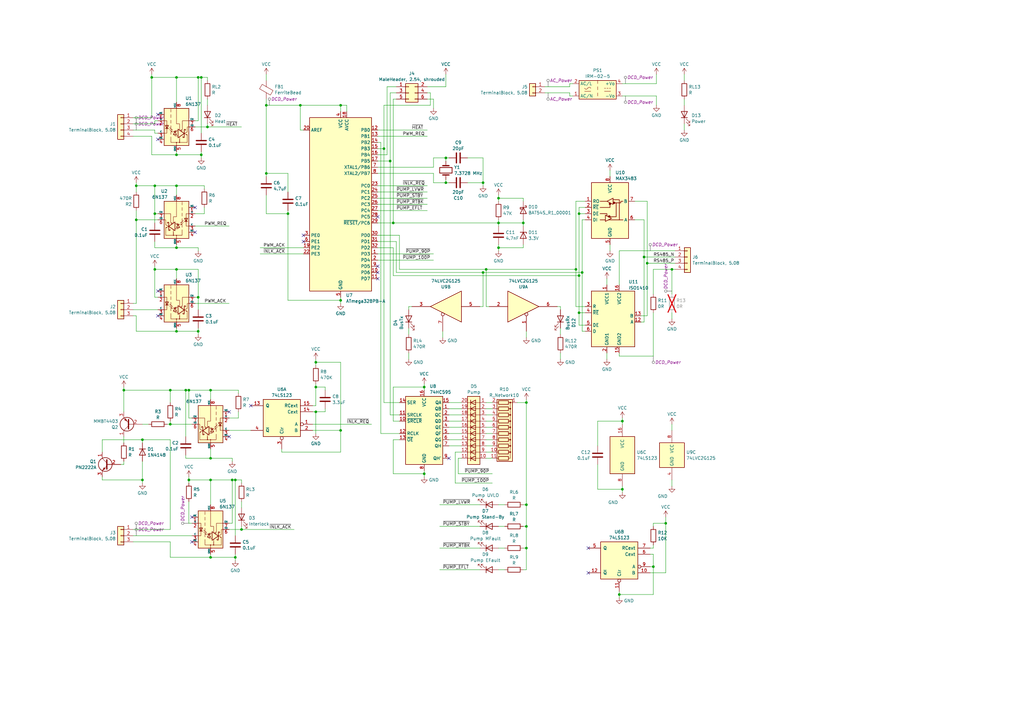
<source format=kicad_sch>
(kicad_sch (version 20230121) (generator eeschema)
  (paper "A3")
  (title_block (title "UFH Process Computer - CPU") (date "2024-01-11") (rev "1"))
  (junction (at 82.55 63.5))
  (junction (at 215.9 165.1))
  (junction (at 198.12 111.76))
  (junction (at 199.39 110.49))
  (junction (at 69.85 160.02))
  (junction (at 86.36 160.02))
  (junction (at 214.63 91.44))
  (junction (at 77.47 196.85))
  (junction (at 96.52 196.85))
  (junction (at 63.5 87.63))
  (junction (at 82.55 31.75))
  (junction (at 265.43 107.95))
  (junction (at 139.7 176.53))
  (junction (at 72.39 135.89))
  (junction (at 129.54 148.59))
  (junction (at 157.48 60.96))
  (junction (at 129.54 158.75))
  (junction (at 204.47 91.44))
  (junction (at 50.8 160.02))
  (junction (at 204.47 81.28))
  (junction (at 95.25 196.85))
  (junction (at 72.39 63.5))
  (junction (at 204.47 101.6))
  (junction (at 173.99 158.75))
  (junction (at 58.42 180.34))
  (junction (at 58.42 196.85))
  (junction (at 123.19 43.18))
  (junction (at 275.59 110.49))
  (junction (at 255.27 200.66))
  (junction (at 55.88 90.17))
  (junction (at 76.2 160.02))
  (junction (at 62.23 31.75))
  (junction (at 198.12 74.93))
  (junction (at 109.22 71.12))
  (junction (at 139.7 123.19))
  (junction (at 86.36 228.6))
  (junction (at 69.85 173.99))
  (junction (at 237.49 128.27))
  (junction (at 215.9 224.79))
  (junction (at 254 243.84))
  (junction (at 72.39 31.75))
  (junction (at 86.36 187.96))
  (junction (at 85.09 52.07))
  (junction (at 81.28 135.89))
  (junction (at 109.22 43.18))
  (junction (at 77.47 160.02))
  (junction (at 173.99 194.31))
  (junction (at 237.49 87.63))
  (junction (at 161.29 91.44))
  (junction (at 63.5 110.49))
  (junction (at 81.28 121.92))
  (junction (at 72.39 101.6))
  (junction (at 273.05 214.63))
  (junction (at 182.88 64.77))
  (junction (at 55.88 76.2))
  (junction (at 139.7 43.18))
  (junction (at 63.5 76.2))
  (junction (at 238.76 111.76))
  (junction (at 86.36 196.85))
  (junction (at 160.02 66.04))
  (junction (at 255.27 172.72))
  (junction (at 264.16 105.41))
  (junction (at 99.06 217.17))
  (junction (at 215.9 215.9))
  (junction (at 72.39 110.49))
  (junction (at 96.52 228.6))
  (junction (at 267.97 232.41))
  (junction (at 236.22 110.49))
  (junction (at 72.39 76.2))
  (junction (at 237.49 113.03))
  (junction (at 129.54 168.91))
  (junction (at 118.11 87.63))
  (junction (at 182.88 74.93))
  (junction (at 81.28 31.75))
  (junction (at 215.9 207.01))
  (no_connect (at 124.46 99.06))
  (no_connect (at 124.46 96.52))
  (no_connect (at 64.77 57.15))
  (no_connect (at 184.15 187.96))
  (no_connect (at 241.3 224.79))
  (no_connect (at 80.01 85.09))
  (no_connect (at 64.77 129.54))
  (no_connect (at 78.74 222.25))
  (no_connect (at 154.94 88.9))
  (no_connect (at 154.94 114.3))
  (no_connect (at 154.94 109.22))
  (no_connect (at 241.3 234.95))
  (no_connect (at 93.98 179.07))
  (no_connect (at 64.77 119.38))
  (no_connect (at 64.77 46.99))
  (no_connect (at 154.94 111.76))
  (no_connect (at 78.74 212.09))
  (no_connect (at 102.87 166.37))
  (no_connect (at 93.98 168.91))
  (no_connect (at 80.01 95.25))
  (wire (pts (xy 129.54 149.86) (xy 129.54 148.59)))
  (wire (pts (xy 177.8 71.12) (xy 177.8 74.93)))
  (wire (pts (xy 199.39 170.18) (xy 201.93 170.18)))
  (wire (pts (xy 133.35 167.64) (xy 133.35 168.91)))
  (wire (pts (xy 199.39 110.49) (xy 236.22 110.49)))
  (wire (pts (xy 86.36 184.15) (xy 86.36 187.96)))
  (wire (pts (xy 267.97 110.49) (xy 267.97 120.65)))
  (wire (pts (xy 55.88 78.74) (xy 55.88 76.2)))
  (wire (pts (xy 184.15 182.88) (xy 189.23 182.88)))
  (wire (pts (xy 97.79 171.45) (xy 93.98 171.45)))
  (wire (pts (xy 154.94 96.52) (xy 163.83 96.52)))
  (wire (pts (xy 63.5 50.8) (xy 54.61 50.8)))
  (wire (pts (xy 199.39 177.8) (xy 201.93 177.8)))
  (wire (pts (xy 81.28 31.75) (xy 72.39 31.75)))
  (wire (pts (xy 204.47 91.44) (xy 204.47 92.71)))
  (wire (pts (xy 215.9 163.83) (xy 215.9 165.1)))
  (wire (pts (xy 254 102.87) (xy 254 116.84)))
  (wire (pts (xy 184.15 180.34) (xy 189.23 180.34)))
  (wire (pts (xy 250.19 69.85) (xy 250.19 72.39)))
  (wire (pts (xy 83.82 76.2) (xy 83.82 77.47)))
  (wire (pts (xy 182.88 35.56) (xy 182.88 30.48)))
  (wire (pts (xy 233.68 39.37) (xy 233.68 38.1)))
  (wire (pts (xy 276.86 102.87) (xy 254 102.87)))
  (wire (pts (xy 118.11 123.19) (xy 139.7 123.19)))
  (wire (pts (xy 154.94 106.68) (xy 177.8 106.68)))
  (wire (pts (xy 93.98 176.53) (xy 102.87 176.53)))
  (wire (pts (xy 267.97 243.84) (xy 254 243.84)))
  (wire (pts (xy 236.22 82.55) (xy 236.22 110.49)))
  (wire (pts (xy 118.11 86.36) (xy 118.11 87.63)))
  (wire (pts (xy 50.8 158.75) (xy 50.8 160.02)))
  (wire (pts (xy 245.11 182.88) (xy 245.11 172.72)))
  (wire (pts (xy 184.15 175.26) (xy 189.23 175.26)))
  (wire (pts (xy 267.97 146.05) (xy 254 146.05)))
  (wire (pts (xy 182.88 64.77) (xy 182.88 66.04)))
  (wire (pts (xy 273.05 234.95) (xy 273.05 214.63)))
  (wire (pts (xy 189.23 185.42) (xy 186.69 185.42)))
  (wire (pts (xy 161.29 91.44) (xy 204.47 91.44)))
  (wire (pts (xy 109.22 80.01) (xy 109.22 87.63)))
  (wire (pts (xy 154.94 60.96) (xy 157.48 60.96)))
  (wire (pts (xy 255.27 200.66) (xy 255.27 201.93)))
  (wire (pts (xy 245.11 172.72) (xy 255.27 172.72)))
  (wire (pts (xy 81.28 101.6) (xy 81.28 102.87)))
  (wire (pts (xy 55.88 74.93) (xy 55.88 76.2)))
  (wire (pts (xy 62.23 31.75) (xy 62.23 48.26)))
  (wire (pts (xy 82.55 31.75) (xy 81.28 31.75)))
  (wire (pts (xy 187.96 194.31) (xy 201.93 194.31)))
  (wire (pts (xy 128.27 176.53) (xy 139.7 176.53)))
  (wire (pts (xy 154.94 101.6) (xy 161.29 101.6)))
  (wire (pts (xy 275.59 196.85) (xy 275.59 199.39)))
  (wire (pts (xy 55.88 76.2) (xy 63.5 76.2)))
  (wire (pts (xy 267.97 223.52) (xy 267.97 224.79)))
  (wire (pts (xy 204.47 81.28) (xy 204.47 82.55)))
  (wire (pts (xy 176.53 43.18) (xy 176.53 38.1)))
  (wire (pts (xy 133.35 160.02) (xy 133.35 158.75)))
  (wire (pts (xy 215.9 135.89) (xy 215.9 138.43)))
  (wire (pts (xy 238.76 135.89) (xy 240.03 135.89)))
  (wire (pts (xy 177.8 40.64) (xy 175.26 40.64)))
  (wire (pts (xy 264.16 105.41) (xy 264.16 132.08)))
  (wire (pts (xy 180.34 224.79) (xy 196.85 224.79)))
  (wire (pts (xy 204.47 215.9) (xy 207.01 215.9)))
  (wire (pts (xy 237.49 85.09) (xy 240.03 85.09)))
  (wire (pts (xy 198.12 74.93) (xy 198.12 76.2)))
  (wire (pts (xy 160.02 66.04) (xy 154.94 66.04)))
  (wire (pts (xy 80.01 49.53) (xy 81.28 49.53)))
  (wire (pts (xy 248.92 114.3) (xy 248.92 116.84)))
  (wire (pts (xy 55.88 135.89) (xy 72.39 135.89)))
  (wire (pts (xy 109.22 71.12) (xy 118.11 71.12)))
  (wire (pts (xy 96.52 229.87) (xy 96.52 228.6)))
  (wire (pts (xy 214.63 100.33) (xy 214.63 101.6)))
  (wire (pts (xy 238.76 111.76) (xy 238.76 135.89)))
  (wire (pts (xy 255.27 172.72) (xy 255.27 173.99)))
  (wire (pts (xy 161.29 91.44) (xy 154.94 91.44)))
  (wire (pts (xy 184.15 74.93) (xy 182.88 74.93)))
  (wire (pts (xy 82.55 63.5) (xy 72.39 63.5)))
  (wire (pts (xy 118.11 87.63) (xy 118.11 123.19)))
  (wire (pts (xy 198.12 111.76) (xy 238.76 111.76)))
  (wire (pts (xy 69.85 172.72) (xy 69.85 173.99)))
  (wire (pts (xy 160.02 170.18) (xy 163.83 170.18)))
  (wire (pts (xy 81.28 110.49) (xy 72.39 110.49)))
  (wire (pts (xy 180.34 215.9) (xy 196.85 215.9)))
  (wire (pts (xy 95.25 196.85) (xy 86.36 196.85)))
  (wire (pts (xy 157.48 60.96) (xy 157.48 43.18)))
  (wire (pts (xy 275.59 110.49) (xy 275.59 120.65)))
  (wire (pts (xy 81.28 135.89) (xy 72.39 135.89)))
  (wire (pts (xy 254 242.57) (xy 254 243.84)))
  (wire (pts (xy 62.23 48.26) (xy 54.61 48.26)))
  (wire (pts (xy 77.47 196.85) (xy 86.36 196.85)))
  (wire (pts (xy 160.02 38.1) (xy 160.02 66.04)))
  (wire (pts (xy 62.23 63.5) (xy 62.23 55.88)))
  (wire (pts (xy 267.97 227.33) (xy 267.97 232.41)))
  (wire (pts (xy 109.22 87.63) (xy 118.11 87.63)))
  (wire (pts (xy 154.94 58.42) (xy 156.21 58.42)))
  (wire (pts (xy 199.39 185.42) (xy 201.93 185.42)))
  (wire (pts (xy 182.88 74.93) (xy 182.88 73.66)))
  (wire (pts (xy 177.8 74.93) (xy 182.88 74.93)))
  (wire (pts (xy 80.01 124.46) (xy 93.98 124.46)))
  (wire (pts (xy 157.48 60.96) (xy 157.48 165.1)))
  (wire (pts (xy 199.39 165.1) (xy 201.93 165.1)))
  (wire (pts (xy 62.23 63.5) (xy 72.39 63.5)))
  (wire (pts (xy 55.88 90.17) (xy 64.77 90.17)))
  (wire (pts (xy 78.74 173.99) (xy 69.85 173.99)))
  (wire (pts (xy 129.54 166.37) (xy 129.54 158.75)))
  (wire (pts (xy 63.5 87.63) (xy 64.77 87.63)))
  (wire (pts (xy 264.16 90.17) (xy 264.16 105.41)))
  (wire (pts (xy 237.49 87.63) (xy 237.49 113.03)))
  (wire (pts (xy 177.8 68.58) (xy 177.8 64.77)))
  (wire (pts (xy 63.5 49.53) (xy 63.5 50.8)))
  (wire (pts (xy 266.7 227.33) (xy 267.97 227.33)))
  (wire (pts (xy 72.39 134.62) (xy 72.39 135.89)))
  (wire (pts (xy 199.39 175.26) (xy 201.93 175.26)))
  (wire (pts (xy 109.22 30.48) (xy 109.22 33.02)))
  (wire (pts (xy 123.19 43.18) (xy 123.19 53.34)))
  (wire (pts (xy 160.02 66.04) (xy 160.02 170.18)))
  (wire (pts (xy 187.96 187.96) (xy 189.23 187.96)))
  (wire (pts (xy 180.34 207.01) (xy 196.85 207.01)))
  (wire (pts (xy 265.43 107.95) (xy 265.43 129.54)))
  (wire (pts (xy 204.47 90.17) (xy 204.47 91.44)))
  (wire (pts (xy 161.29 101.6) (xy 161.29 113.03)))
  (wire (pts (xy 269.24 30.48) (xy 269.24 34.29)))
  (wire (pts (xy 204.47 100.33) (xy 204.47 101.6)))
  (wire (pts (xy 186.69 198.12) (xy 201.93 198.12)))
  (wire (pts (xy 204.47 101.6) (xy 204.47 102.87)))
  (wire (pts (xy 41.91 180.34) (xy 41.91 185.42)))
  (wire (pts (xy 58.42 180.34) (xy 58.42 181.61)))
  (wire (pts (xy 68.58 173.99) (xy 69.85 173.99)))
  (wire (pts (xy 267.97 214.63) (xy 273.05 214.63)))
  (wire (pts (xy 139.7 123.19) (xy 139.7 124.46)))
  (wire (pts (xy 180.34 233.68) (xy 196.85 233.68)))
  (wire (pts (xy 81.28 134.62) (xy 81.28 135.89)))
  (wire (pts (xy 129.54 168.91) (xy 129.54 177.8)))
  (wire (pts (xy 154.94 99.06) (xy 162.56 99.06)))
  (wire (pts (xy 99.06 205.74) (xy 99.06 208.28)))
  (wire (pts (xy 264.16 105.41) (xy 276.86 105.41)))
  (wire (pts (xy 196.85 125.73) (xy 198.12 125.73)))
  (wire (pts (xy 63.5 54.61) (xy 63.5 53.34)))
  (wire (pts (xy 54.61 217.17) (xy 69.85 217.17)))
  (wire (pts (xy 212.09 165.1) (xy 215.9 165.1)))
  (wire (pts (xy 275.59 110.49) (xy 276.86 110.49)))
  (wire (pts (xy 96.52 227.33) (xy 96.52 228.6)))
  (wire (pts (xy 86.36 160.02) (xy 97.79 160.02)))
  (wire (pts (xy 173.99 194.31) (xy 173.99 195.58)))
  (wire (pts (xy 215.9 215.9) (xy 214.63 215.9)))
  (wire (pts (xy 72.39 101.6) (xy 81.28 101.6)))
  (wire (pts (xy 99.06 196.85) (xy 96.52 196.85)))
  (wire (pts (xy 54.61 129.54) (xy 55.88 129.54)))
  (wire (pts (xy 214.63 82.55) (xy 214.63 81.28)))
  (wire (pts (xy 80.01 52.07) (xy 85.09 52.07)))
  (wire (pts (xy 63.5 109.22) (xy 63.5 110.49)))
  (wire (pts (xy 204.47 233.68) (xy 207.01 233.68)))
  (wire (pts (xy 265.43 107.95) (xy 276.86 107.95)))
  (wire (pts (xy 267.97 215.9) (xy 267.97 214.63)))
  (wire (pts (xy 115.57 185.42) (xy 139.7 185.42)))
  (wire (pts (xy 58.42 180.34) (xy 69.85 180.34)))
  (wire (pts (xy 58.42 189.23) (xy 58.42 196.85)))
  (wire (pts (xy 200.66 125.73) (xy 199.39 125.73)))
  (wire (pts (xy 158.75 63.5) (xy 158.75 35.56)))
  (wire (pts (xy 124.46 53.34) (xy 123.19 53.34)))
  (wire (pts (xy 154.94 76.2) (xy 175.26 76.2)))
  (wire (pts (xy 81.28 49.53) (xy 81.28 31.75)))
  (wire (pts (xy 50.8 189.23) (xy 50.8 190.5)))
  (wire (pts (xy 54.61 219.71) (xy 78.74 219.71)))
  (wire (pts (xy 85.09 40.64) (xy 85.09 43.18)))
  (wire (pts (xy 83.82 85.09) (xy 83.82 87.63)))
  (wire (pts (xy 129.54 158.75) (xy 129.54 157.48)))
  (wire (pts (xy 99.06 217.17) (xy 99.06 215.9)))
  (wire (pts (xy 154.94 104.14) (xy 177.8 104.14)))
  (wire (pts (xy 267.97 224.79) (xy 266.7 224.79)))
  (wire (pts (xy 54.61 222.25) (xy 69.85 222.25)))
  (wire (pts (xy 55.88 90.17) (xy 55.88 124.46)))
  (wire (pts (xy 204.47 207.01) (xy 207.01 207.01)))
  (wire (pts (xy 215.9 233.68) (xy 214.63 233.68)))
  (wire (pts (xy 175.26 35.56) (xy 182.88 35.56)))
  (wire (pts (xy 250.19 100.33) (xy 250.19 102.87)))
  (wire (pts (xy 161.29 40.64) (xy 161.29 91.44)))
  (wire (pts (xy 199.39 180.34) (xy 201.93 180.34)))
  (wire (pts (xy 223.52 35.56) (xy 233.68 35.56)))
  (wire (pts (xy 58.42 173.99) (xy 60.96 173.99)))
  (wire (pts (xy 82.55 31.75) (xy 82.55 54.61)))
  (wire (pts (xy 156.21 177.8) (xy 163.83 177.8)))
  (wire (pts (xy 163.83 96.52) (xy 163.83 110.49)))
  (wire (pts (xy 280.67 40.64) (xy 280.67 43.18)))
  (wire (pts (xy 184.15 177.8) (xy 189.23 177.8)))
  (wire (pts (xy 63.5 76.2) (xy 72.39 76.2)))
  (wire (pts (xy 173.99 158.75) (xy 173.99 160.02)))
  (wire (pts (xy 204.47 91.44) (xy 214.63 91.44)))
  (wire (pts (xy 97.79 168.91) (xy 97.79 171.45)))
  (wire (pts (xy 154.94 55.88) (xy 175.26 55.88)))
  (wire (pts (xy 139.7 43.18) (xy 142.24 43.18)))
  (wire (pts (xy 58.42 196.85) (xy 41.91 196.85)))
  (wire (pts (xy 106.68 101.6) (xy 124.46 101.6)))
  (wire (pts (xy 199.39 167.64) (xy 201.93 167.64)))
  (wire (pts (xy 236.22 110.49) (xy 236.22 125.73)))
  (wire (pts (xy 162.56 99.06) (xy 162.56 111.76)))
  (wire (pts (xy 154.94 71.12) (xy 177.8 71.12)))
  (wire (pts (xy 240.03 90.17) (xy 238.76 90.17)))
  (wire (pts (xy 229.87 134.62) (xy 229.87 137.16)))
  (wire (pts (xy 85.09 31.75) (xy 82.55 31.75)))
  (wire (pts (xy 99.06 198.12) (xy 99.06 196.85)))
  (wire (pts (xy 139.7 123.19) (xy 139.7 121.92)))
  (wire (pts (xy 266.7 234.95) (xy 273.05 234.95)))
  (wire (pts (xy 191.77 64.77) (xy 198.12 64.77)))
  (wire (pts (xy 109.22 72.39) (xy 109.22 71.12)))
  (wire (pts (xy 106.68 104.14) (xy 124.46 104.14)))
  (wire (pts (xy 215.9 165.1) (xy 215.9 207.01)))
  (wire (pts (xy 64.77 121.92) (xy 63.5 121.92)))
  (wire (pts (xy 50.8 179.07) (xy 50.8 181.61)))
  (wire (pts (xy 63.5 110.49) (xy 63.5 121.92)))
  (wire (pts (xy 76.2 186.69) (xy 76.2 187.96)))
  (wire (pts (xy 215.9 224.79) (xy 215.9 233.68)))
  (wire (pts (xy 245.11 190.5) (xy 245.11 200.66)))
  (wire (pts (xy 214.63 90.17) (xy 214.63 91.44)))
  (wire (pts (xy 129.54 147.32) (xy 129.54 148.59)))
  (wire (pts (xy 280.67 50.8) (xy 280.67 53.34)))
  (wire (pts (xy 109.22 43.18) (xy 123.19 43.18)))
  (wire (pts (xy 264.16 132.08) (xy 262.89 132.08)))
  (wire (pts (xy 86.36 187.96) (xy 95.25 187.96)))
  (wire (pts (xy 97.79 160.02) (xy 97.79 161.29)))
  (wire (pts (xy 162.56 40.64) (xy 161.29 40.64)))
  (wire (pts (xy 229.87 125.73) (xy 229.87 127)))
  (wire (pts (xy 76.2 187.96) (xy 86.36 187.96)))
  (wire (pts (xy 50.8 168.91) (xy 50.8 160.02)))
  (wire (pts (xy 96.52 228.6) (xy 86.36 228.6)))
  (wire (pts (xy 199.39 182.88) (xy 201.93 182.88)))
  (wire (pts (xy 265.43 82.55) (xy 265.43 107.95)))
  (wire (pts (xy 275.59 128.27) (xy 275.59 130.81)))
  (wire (pts (xy 158.75 35.56) (xy 162.56 35.56)))
  (wire (pts (xy 204.47 81.28) (xy 214.63 81.28)))
  (wire (pts (xy 162.56 111.76) (xy 198.12 111.76)))
  (wire (pts (xy 161.29 113.03) (xy 237.49 113.03)))
  (wire (pts (xy 184.15 172.72) (xy 189.23 172.72)))
  (wire (pts (xy 260.35 90.17) (xy 264.16 90.17)))
  (wire (pts (xy 72.39 62.23) (xy 72.39 63.5)))
  (wire (pts (xy 154.94 86.36) (xy 175.26 86.36)))
  (wire (pts (xy 191.77 74.93) (xy 198.12 74.93)))
  (wire (pts (xy 81.28 137.16) (xy 81.28 135.89)))
  (wire (pts (xy 109.22 43.18) (xy 109.22 71.12)))
  (wire (pts (xy 78.74 214.63) (xy 77.47 214.63)))
  (wire (pts (xy 77.47 205.74) (xy 77.47 214.63)))
  (wire (pts (xy 184.15 64.77) (xy 182.88 64.77)))
  (wire (pts (xy 156.21 58.42) (xy 156.21 177.8)))
  (wire (pts (xy 63.5 110.49) (xy 72.39 110.49)))
  (wire (pts (xy 214.63 91.44) (xy 214.63 92.71)))
  (wire (pts (xy 81.28 127) (xy 81.28 121.92)))
  (wire (pts (xy 167.64 125.73) (xy 168.91 125.73)))
  (wire (pts (xy 86.36 163.83) (xy 86.36 160.02)))
  (wire (pts (xy 63.5 101.6) (xy 72.39 101.6)))
  (wire (pts (xy 128.27 168.91) (xy 129.54 168.91)))
  (wire (pts (xy 55.88 124.46) (xy 54.61 124.46)))
  (wire (pts (xy 99.06 217.17) (xy 120.65 217.17)))
  (wire (pts (xy 161.29 180.34) (xy 161.29 194.31)))
  (wire (pts (xy 265.43 129.54) (xy 262.89 129.54)))
  (wire (pts (xy 254 243.84) (xy 254 245.11)))
  (wire (pts (xy 85.09 50.8) (xy 85.09 52.07)))
  (wire (pts (xy 142.24 43.18) (xy 142.24 45.72)))
  (wire (pts (xy 234.95 39.37) (xy 233.68 39.37)))
  (wire (pts (xy 173.99 193.04) (xy 173.99 194.31)))
  (wire (pts (xy 77.47 171.45) (xy 77.47 160.02)))
  (wire (pts (xy 76.2 160.02) (xy 77.47 160.02)))
  (wire (pts (xy 72.39 80.01) (xy 72.39 76.2)))
  (wire (pts (xy 64.77 54.61) (xy 63.5 54.61)))
  (wire (pts (xy 69.85 165.1) (xy 69.85 160.02)))
  (wire (pts (xy 254 146.05) (xy 254 144.78)))
  (wire (pts (xy 69.85 228.6) (xy 86.36 228.6)))
  (wire (pts (xy 255.27 199.39) (xy 255.27 200.66)))
  (wire (pts (xy 176.53 38.1) (xy 175.26 38.1)))
  (wire (pts (xy 93.98 214.63) (xy 95.25 214.63)))
  (wire (pts (xy 55.88 135.89) (xy 55.88 129.54)))
  (wire (pts (xy 93.98 217.17) (xy 99.06 217.17)))
  (wire (pts (xy 63.5 99.06) (xy 63.5 101.6)))
  (wire (pts (xy 237.49 128.27) (xy 240.03 128.27)))
  (wire (pts (xy 181.61 135.89) (xy 181.61 138.43)))
  (wire (pts (xy 236.22 125.73) (xy 240.03 125.73)))
  (wire (pts (xy 133.35 158.75) (xy 129.54 158.75)))
  (wire (pts (xy 63.5 76.2) (xy 63.5 87.63)))
  (wire (pts (xy 115.57 184.15) (xy 115.57 185.42)))
  (wire (pts (xy 157.48 165.1) (xy 163.83 165.1)))
  (wire (pts (xy 157.48 43.18) (xy 176.53 43.18)))
  (wire (pts (xy 128.27 166.37) (xy 129.54 166.37)))
  (wire (pts (xy 161.29 158.75) (xy 173.99 158.75)))
  (wire (pts (xy 255.27 39.37) (xy 269.24 39.37)))
  (wire (pts (xy 267.97 110.49) (xy 275.59 110.49)))
  (wire (pts (xy 228.6 125.73) (xy 229.87 125.73)))
  (wire (pts (xy 204.47 101.6) (xy 214.63 101.6)))
  (wire (pts (xy 255.27 171.45) (xy 255.27 172.72)))
  (wire (pts (xy 80.01 121.92) (xy 81.28 121.92)))
  (wire (pts (xy 237.49 133.35) (xy 237.49 128.27)))
  (wire (pts (xy 109.22 40.64) (xy 109.22 43.18)))
  (wire (pts (xy 50.8 190.5) (xy 49.53 190.5)))
  (wire (pts (xy 204.47 80.01) (xy 204.47 81.28)))
  (wire (pts (xy 83.82 87.63) (xy 80.01 87.63)))
  (wire (pts (xy 69.85 228.6) (xy 69.85 222.25)))
  (wire (pts (xy 154.94 78.74) (xy 175.26 78.74)))
  (wire (pts (xy 58.42 196.85) (xy 58.42 198.12)))
  (wire (pts (xy 129.54 148.59) (xy 139.7 148.59)))
  (wire (pts (xy 139.7 185.42) (xy 139.7 176.53)))
  (wire (pts (xy 238.76 90.17) (xy 238.76 111.76)))
  (wire (pts (xy 118.11 71.12) (xy 118.11 78.74)))
  (wire (pts (xy 177.8 40.64) (xy 177.8 44.45)))
  (wire (pts (xy 184.15 167.64) (xy 189.23 167.64)))
  (wire (pts (xy 237.49 87.63) (xy 240.03 87.63)))
  (wire (pts (xy 161.29 172.72) (xy 161.29 158.75)))
  (wire (pts (xy 240.03 133.35) (xy 237.49 133.35)))
  (wire (pts (xy 54.61 127) (xy 64.77 127)))
  (wire (pts (xy 248.92 144.78) (xy 248.92 147.32)))
  (wire (pts (xy 82.55 64.77) (xy 82.55 63.5)))
  (wire (pts (xy 154.94 81.28) (xy 175.26 81.28)))
  (wire (pts (xy 85.09 33.02) (xy 85.09 31.75)))
  (wire (pts (xy 199.39 187.96) (xy 201.93 187.96)))
  (wire (pts (xy 167.64 127) (xy 167.64 125.73)))
  (wire (pts (xy 245.11 200.66) (xy 255.27 200.66)))
  (wire (pts (xy 154.94 63.5) (xy 158.75 63.5)))
  (wire (pts (xy 215.9 224.79) (xy 214.63 224.79)))
  (wire (pts (xy 154.94 83.82) (xy 175.26 83.82)))
  (wire (pts (xy 184.15 170.18) (xy 189.23 170.18)))
  (wire (pts (xy 161.29 194.31) (xy 173.99 194.31)))
  (wire (pts (xy 163.83 110.49) (xy 199.39 110.49)))
  (wire (pts (xy 139.7 176.53) (xy 139.7 148.59)))
  (wire (pts (xy 96.52 196.85) (xy 96.52 219.71)))
  (wire (pts (xy 173.99 157.48) (xy 173.99 158.75)))
  (wire (pts (xy 215.9 207.01) (xy 214.63 207.01)))
  (wire (pts (xy 95.25 214.63) (xy 95.25 196.85)))
  (wire (pts (xy 96.52 196.85) (xy 95.25 196.85)))
  (wire (pts (xy 177.8 64.77) (xy 182.88 64.77)))
  (wire (pts (xy 69.85 160.02) (xy 76.2 160.02)))
  (wire (pts (xy 123.19 43.18) (xy 139.7 43.18)))
  (wire (pts (xy 41.91 195.58) (xy 41.91 196.85)))
  (wire (pts (xy 280.67 30.48) (xy 280.67 33.02)))
  (wire (pts (xy 128.27 173.99) (xy 152.4 173.99)))
  (wire (pts (xy 273.05 214.63) (xy 273.05 212.09)))
  (wire (pts (xy 198.12 125.73) (xy 198.12 111.76)))
  (wire (pts (xy 64.77 49.53) (xy 63.5 49.53)))
  (wire (pts (xy 229.87 144.78) (xy 229.87 147.32)))
  (wire (pts (xy 215.9 215.9) (xy 215.9 224.79)))
  (wire (pts (xy 62.23 31.75) (xy 72.39 31.75)))
  (wire (pts (xy 95.25 187.96) (xy 95.25 189.23)))
  (wire (pts (xy 154.94 68.58) (xy 177.8 68.58)))
  (wire (pts (xy 76.2 160.02) (xy 76.2 179.07)))
  (wire (pts (xy 78.74 171.45) (xy 77.47 171.45)))
  (wire (pts (xy 86.36 207.01) (xy 86.36 196.85)))
  (wire (pts (xy 199.39 172.72) (xy 201.93 172.72)))
  (wire (pts (xy 240.03 82.55) (xy 236.22 82.55)))
  (wire (pts (xy 198.12 64.77) (xy 198.12 74.93)))
  (wire (pts (xy 163.83 180.34) (xy 161.29 180.34)))
  (wire (pts (xy 85.09 52.07) (xy 99.06 52.07)))
  (wire (pts (xy 82.55 62.23) (xy 82.55 63.5)))
  (wire (pts (xy 162.56 38.1) (xy 160.02 38.1)))
  (wire (pts (xy 72.39 114.3) (xy 72.39 110.49)))
  (wire (pts (xy 267.97 232.41) (xy 267.97 243.84)))
  (wire (pts (xy 154.94 53.34) (xy 175.26 53.34)))
  (wire (pts (xy 62.23 55.88) (xy 54.61 55.88)))
  (wire (pts (xy 55.88 86.36) (xy 55.88 90.17)))
  (wire (pts (xy 86.36 227.33) (xy 86.36 228.6)))
  (wire (pts (xy 41.91 180.34) (xy 58.42 180.34)))
  (wire (pts (xy 72.39 100.33) (xy 72.39 101.6)))
  (wire (pts (xy 187.96 187.96) (xy 187.96 194.31)))
  (wire (pts (xy 81.28 121.92) (xy 81.28 110.49)))
  (wire (pts (xy 62.23 30.48) (xy 62.23 31.75)))
  (wire (pts (xy 77.47 196.85) (xy 77.47 198.12)))
  (wire (pts (xy 80.01 92.71) (xy 93.98 92.71)))
  (wire (pts (xy 184.15 165.1) (xy 189.23 165.1)))
  (wire (pts (xy 269.24 39.37) (xy 269.24 43.18)))
  (wire (pts (xy 167.64 147.32) (xy 167.64 144.78)))
  (wire (pts (xy 133.35 168.91) (xy 129.54 168.91)))
  (wire (pts (xy 234.95 34.29) (xy 233.68 34.29)))
  (wire (pts (xy 215.9 207.01) (xy 215.9 215.9)))
  (wire (pts (xy 275.59 173.99) (xy 275.59 176.53)))
  (wire (pts (xy 266.7 232.41) (xy 267.97 232.41)))
  (wire (pts (xy 77.47 195.58) (xy 77.47 196.85)))
  (wire (pts (xy 267.97 128.27) (xy 267.97 146.05)))
  (wire (pts (xy 237.49 85.09) (xy 237.49 87.63)))
  (wire (pts (xy 72.39 41.91) (xy 72.39 31.75)))
  (wire (pts (xy 69.85 217.17) (xy 69.85 180.34)))
  (wire (pts (xy 63.5 91.44) (xy 63.5 87.63)))
  (wire (pts (xy 199.39 125.73) (xy 199.39 110.49)))
  (wire (pts (xy 260.35 82.55) (xy 265.43 82.55)))
  (wire (pts (xy 269.24 34.29) (xy 255.27 34.29)))
  (wire (pts (xy 204.47 224.79) (xy 207.01 224.79)))
  (wire (pts (xy 72.39 76.2) (xy 83.82 76.2)))
  (wire (pts (xy 223.52 38.1) (xy 233.68 38.1)))
  (wire (pts (xy 167.64 137.16) (xy 167.64 134.62)))
  (wire (pts (xy 233.68 34.29) (xy 233.68 35.56)))
  (wire (pts (xy 139.7 43.18) (xy 139.7 45.72)))
  (wire (pts (xy 237.49 113.03) (xy 237.49 128.27)))
  (wire (pts (xy 186.69 185.42) (xy 186.69 198.12)))
  (wire (pts (xy 54.61 53.34) (xy 63.5 53.34)))
  (wire (pts (xy 50.8 160.02) (xy 69.85 160.02)))
  (wire (pts (xy 163.83 172.72) (xy 161.29 172.72)))
  (wire (pts (xy 77.47 160.02) (xy 86.36 160.02)))
  (label "~{HEAT}" (at 168.91 53.34 0))
  (label "~{PUMP_100P}" (at 165.1 106.68 0))
  (label "PWM_REQ" (at 165.1 55.88 0))
  (label "PWM_ACK" (at 107.95 101.6 0))
  (label "~{PUMP_RTBK}" (at 162.56 83.82 0))
  (label "~{INLK_ACK}" (at 107.95 104.14 0))
  (label "PWM_ACK" (at 83.82 124.46 0))
  (label "~{PUMP_90P}" (at 190.5 194.31 0))
  (label "RS485_P" (at 267.97 107.95 0))
  (label "~{PUMP_90P}" (at 166.37 104.14 0))
  (label "~{HEAT}" (at 92.71 52.07 0))
  (label "~{PUMP_RTBK}" (at 181.61 224.79 0))
  (label "~{INLK_ACK}" (at 110.49 217.17 0))
  (label "~{INLK_REQ}" (at 142.24 173.99 0))
  (label "~{PUMP_100P}" (at 189.23 198.12 0))
  (label "~{PUMP_STBY}" (at 181.61 215.9 0))
  (label "PWM_REQ" (at 83.82 92.71 0))
  (label "~{PUMP_EFLT}" (at 162.56 86.36 0))
  (label "~{PUMP_LVWR}" (at 162.56 78.74 0))
  (label "~{PUMP_STBY}" (at 162.56 81.28 0))
  (label "~{PUMP_LVWR}" (at 181.61 207.01 0))
  (label "~{INLK_REQ}" (at 165.1 76.2 0))
  (label "~{PUMP_EFLT}" (at 181.61 233.68 0))
  (label "RS485_N" (at 267.97 105.41 0))
  (netclass_flag "" (length 2.54) (shape round) (at 224.79 38.1 180) (property "Netclass" "AC_Power" (at 225.4885 40.64 0) (effects (font italic) (justify left))))
  (netclass_flag "" (length 2.54) (shape round) (at 55.88 50.8 0) (property "Netclass" "DCD_Power" (at 56.5785 48.26 0) (effects (font italic) (justify left))))
  (netclass_flag "" (length 2.54) (shape round) (at 266.7 102.87 0) (property "Netclass" "DCD_Power" (at 267.3985 100.33 0) (effects (font italic) (justify left))))
  (netclass_flag "" (length 2.54) (shape round) (at 55.88 53.34 0) (property "Netclass" "DCD_Power" (at 56.5785 50.8 0) (effects (font italic) (justify left))))
  (netclass_flag "" (length 2.54) (shape round) (at 55.88 219.71 0) (property "Netclass" "DCD_Power" (at 56.5785 217.17 0) (effects (font italic) (justify left))))
  (netclass_flag "" (length 2.54) (shape round) (at 110.49 43.18 0) (property "Netclass" "DCD_Power" (at 111.1885 40.64 0) (effects (font italic) (justify left))))
  (netclass_flag "" (length 2.54) (shape round) (at 77.47 214.63 90) (property "Netclass" "DCD_Power" (at 74.93 213.9315 90) (effects (font italic) (justify left))))
  (netclass_flag "" (length 2.54) (shape round) (at 256.54 34.29 0) (property "Netclass" "DCD_Power" (at 257.2385 31.75 0) (effects (font italic) (justify left))))
  (netclass_flag "" (length 2.54) (shape round) (at 55.88 217.17 0) (property "Netclass" "DCD_Power" (at 56.5785 214.63 0) (effects (font italic) (justify left))))
  (netclass_flag "" (length 2.54) (shape round) (at 275.59 119.3799 90) (property "Netclass" "DCD_Power" (at 273.05 118.6814 90) (effects (font italic) (justify left))))
  (netclass_flag "" (length 2.54) (shape round) (at 267.97 146.05 180) (property "Netclass" "DCD_Power" (at 268.6685 148.59 0) (effects (font italic) (justify left))))
  (netclass_flag "" (length 2.54) (shape round) (at 224.79 35.56 0) (property "Netclass" "AC_Power" (at 225.4885 33.02 0) (effects (font italic) (justify left))))
  (netclass_flag "" (length 2.54) (shape round) (at 256.54 39.37 180) (property "Netclass" "DCD_Power" (at 257.2385 41.91 0) (effects (font italic) (justify left))))
  (symbol (lib_id "power:GND") (at 181.61 138.43 0) (unit 1)
    (property "Reference" "#PWR020" (effects hide))
    (property "Value" "GND" (at 183.515 139.7 0) (effects (justify left)))
  )
  (symbol (lib_id "Device:R") (at 275.59 124.46 180) (unit 1) (dnp yes)
    (property "Reference" "R13" (at 277.368 123.2479 0) (effects (justify right)))
    (property "Value" "0R" (at 277.368 125.6721 0) (effects (justify right)))
    (property "Footprint" "Resistor_SMD:R_1206_3216Metric" (effects hide))
  )
  (symbol (lib_id "power:GND") (at 96.52 229.87 0) (unit 1)
    (property "Reference" "#PWR011" (effects hide))
    (property "Value" "GND" (at 96.52 234.0031 0))
  )
  (symbol (lib_id "power:VCC") (at 50.8 158.75 0) (unit 1)
    (property "Reference" "#PWR01" (effects hide))
    (property "Value" "VCC" (at 50.8 154.6169 0))
  )
  (symbol (lib_id "Device:R") (at 69.85 168.91 0) (unit 1)
    (property "Reference" "R4" (at 71.628 167.6979 0) (effects (justify left)))
    (property "Value" "R" (at 71.628 170.1221 0) (effects (justify left)))
    (property "Footprint" "Resistor_SMD:R_1206_3216Metric" (effects hide))
  )
  (symbol (lib_id "Device:R") (at 99.06 201.93 0) (unit 1)
    (property "Reference" "RL3" (at 100.838 200.7179 0) (effects (justify left)))
    (property "Value" "R" (at 100.838 203.1421 0) (effects (justify left)))
    (property "Footprint" "Resistor_SMD:R_1206_3216Metric" (effects hide))
  )
  (symbol (lib_id "74xGxx:74LVC2G125") (at 215.9 125.73 0) (mirror x) (unit 1)
    (property "Reference" "U9" (at 214.63 117.6599 0))
    (property "Value" "74LVC2G125" (at 214.63 115.2357 0))
    (property "Footprint" "Package_SO:SSOP-8_2.95x2.8mm_P0.65mm" (effects hide))
    (property "Datasheet" "http://www.ti.com/lit/sg/scyt129e/scyt129e.pdf" (effects hide))
  )
  (symbol (lib_id "power:GND") (at 58.42 198.12 0) (unit 1)
    (property "Reference" "#PWR03" (effects hide))
    (property "Value" "GND" (at 58.42 202.2531 0))
  )
  (symbol (lib_id "Device:R") (at 55.88 82.55 0) (mirror y) (unit 1)
    (property "Reference" "R2" (at 54.1021 83.7621 0) (effects (justify left)))
    (property "Value" "470R" (at 54.1021 81.3379 0) (effects (justify left)))
    (property "Footprint" "Resistor_SMD:R_1206_3216Metric" (effects hide))
  )
  (symbol (lib_id "Device:LED") (at 99.06 212.09 90) (unit 1)
    (property "Reference" "D3" (at 101.981 212.4654 90) (effects (justify right)))
    (property "Value" "Interlock" (at 101.981 214.8896 90) (effects (justify right)))
    (property "Footprint" "LED_THT:LED_D5.0mm" (effects hide))
  )
  (symbol (lib_id "Converter_ACDC:IRM-02-5") (at 245.11 36.83 0) (unit 1)
    (property "Reference" "PS1" (at 245.11 28.8757 0))
    (property "Value" "IRM-02-5" (at 245.11 31.2999 0))
    (property "Footprint" "Converter_ACDC:Converter_ACDC_MeanWell_IRM-02-xx_THT" (effects hide))
    (property "Datasheet" "https://www.meanwell.com/Upload/PDF/IRM-02/IRM-02-SPEC.PDF" (effects hide))
  )
  (symbol (lib_id "power:GND") (at 248.92 147.32 0) (unit 1)
    (property "Reference" "#PWR029" (effects hide))
    (property "Value" "GND" (at 248.92 151.4531 0))
  )
  (symbol (lib_id "power:GND") (at 82.55 64.77 0) (unit 1)
    (property "Reference" "#PWR09" (effects hide))
    (property "Value" "GND" (at 82.55 68.9031 0))
  )
  (symbol (lib_id "power:VCC") (at 129.54 147.32 0) (unit 1)
    (property "Reference" "#PWR013" (effects hide))
    (property "Value" "VCC" (at 129.54 143.1869 0))
  )
  (symbol (lib_id "power:VCC") (at 77.47 195.58 0) (unit 1)
    (property "Reference" "#PWR06" (effects hide))
    (property "Value" "VCC" (at 77.47 191.4469 0))
  )
  (symbol (lib_id "Device:Crystal") (at 182.88 69.85 90) (unit 1)
    (property "Reference" "Y1" (at 186.2074 68.6379 90) (effects (justify right)))
    (property "Value" "7.3728 MHz" (at 186.2074 71.0621 90) (effects (justify right)))
    (property "Footprint" "Crystal:Crystal_SMD_HC49-SD" (effects hide))
  )
  (symbol (lib_id "74xGxx:74LVC2G125") (at 275.59 186.69 0) (unit 3)
    (property "Reference" "U9" (at 281.432 185.4779 0) (effects (justify left)))
    (property "Value" "74LVC2G125" (at 281.432 187.9021 0) (effects (justify left)))
    (property "Footprint" "Package_SO:SSOP-8_2.95x2.8mm_P0.65mm" (effects hide))
    (property "Datasheet" "http://www.ti.com/lit/sg/scyt129e/scyt129e.pdf" (effects hide))
  )
  (symbol (lib_id "power:GND") (at 275.59 130.81 0) (unit 1)
    (property "Reference" "#PWR038" (effects hide))
    (property "Value" "GND" (at 275.59 134.9431 0))
  )
  (symbol (lib_id "Device:R") (at 280.67 36.83 0) (unit 1)
    (property "Reference" "RL13" (at 282.448 35.6179 0) (effects (justify left)))
    (property "Value" "R" (at 282.448 38.0421 0) (effects (justify left)))
    (property "Footprint" "Resistor_SMD:R_1206_3216Metric" (effects hide))
  )
  (symbol (lib_id "Device:C") (at 187.96 74.93 90) (mirror x) (unit 1)
    (property "Reference" "C10" (at 187.96 81.2333 90))
    (property "Value" "20pF" (at 187.96 78.8091 90))
    (property "Footprint" "Capacitor_SMD:C_1206_3216Metric" (effects hide))
  )
  (symbol (lib_id "74xx:74LS123") (at 254 229.87 0) (mirror y) (unit 2)
    (property "Reference" "U6" (at 254 218.1057 0))
    (property "Value" "74LS123" (at 254 220.5299 0))
    (property "Footprint" "Package_SO:SOIC-16_3.9x9.9mm_P1.27mm" (effects hide))
    (property "Datasheet" "http://www.ti.com/lit/gpn/sn74LS123" (effects hide))
  )
  (symbol (lib_id "power:VCC") (at 173.99 157.48 0) (unit 1)
    (property "Reference" "#PWR017" (effects hide))
    (property "Value" "VCC" (at 173.99 153.3469 0))
  )
  (symbol (lib_id "power:GND") (at 139.7 124.46 0) (unit 1)
    (property "Reference" "#PWR015" (effects hide))
    (property "Value" "GND" (at 139.7 128.5931 0))
  )
  (symbol (lib_id "Device:LED") (at 200.66 207.01 0) (mirror x) (unit 1)
    (property "Reference" "D6" (at 199.0725 200.7067 0))
    (property "Value" "Pump UVLO" (at 199.0725 203.1309 0))
    (property "Footprint" "LED_THT:LED_D5.0mm" (effects hide))
  )
  (symbol (lib_id "Device:R") (at 210.82 207.01 90) (unit 1)
    (property "Reference" "RL6" (at 210.82 201.8497 90))
    (property "Value" "R" (at 210.82 204.2739 90))
    (property "Footprint" "Resistor_SMD:R_1206_3216Metric" (effects hide))
  )
  (symbol (lib_id "power:VCC") (at 109.22 30.48 0) (unit 1)
    (property "Reference" "#PWR012" (effects hide))
    (property "Value" "VCC" (at 109.22 26.3469 0))
  )
  (symbol (lib_id "Device:R") (at 83.82 81.28 180) (unit 1)
    (property "Reference" "R6" (at 85.598 80.0679 0) (effects (justify right)))
    (property "Value" "R" (at 85.598 82.4921 0) (effects (justify right)))
    (property "Footprint" "Resistor_SMD:R_1206_3216Metric" (effects hide))
  )
  (symbol (lib_id "Device:D_Zener") (at 214.63 96.52 270) (unit 1)
    (property "Reference" "D11" (at 216.662 95.3079 90) (effects (justify left)))
    (property "Value" "3.3V" (at 216.662 97.7321 90) (effects (justify left)))
    (property "Footprint" "Package_TO_SOT_SMD:SOT-23-3" (effects hide))
  )
  (symbol (lib_id "Device:Q_NPN_CBE") (at 44.45 190.5 0) (mirror y) (unit 1)
    (property "Reference" "Q1" (at 39.5987 189.2879 0) (effects (justify left)))
    (property "Value" "PN2222A" (at 39.5987 191.7121 0) (effects (justify left)))
    (property "Footprint" "Package_TO_SOT_THT:TO-92_Inline_Wide" (effects hide))
  )
  (symbol (lib_id "Device:C") (at 63.5 95.25 0) (unit 1)
    (property "Reference" "C1" (at 60.579 94.0379 0) (effects (justify right)))
    (property "Value" "0.1uF" (at 60.579 96.4621 0) (effects (justify right)))
    (property "Footprint" "Capacitor_SMD:C_1206_3216Metric" (effects hide))
  )
  (symbol (lib_id "LED:HDSP-4850_2") (at 194.31 175.26 0) (mirror y) (unit 1)
    (property "Reference" "D5" (at 194.31 158.4157 0))
    (property "Value" "Pump" (at 194.31 160.8399 0))
    (property "Footprint" "Display:HDSP-4850" (effects hide))
    (property "Datasheet" "https://docs.broadcom.com/docs/AV02-1798EN" (effects hide))
  )
  (symbol (lib_id "Device:R") (at 204.47 86.36 0) (unit 1)
    (property "Reference" "R9" (at 206.248 85.1479 0) (effects (justify left)))
    (property "Value" "47K" (at 206.248 87.5721 0) (effects (justify left)))
    (property "Footprint" "Resistor_SMD:R_1206_3216Metric" (effects hide))
  )
  (symbol (lib_id "valhalla-collected:ISO1410") (at 251.46 130.81 0) (unit 1)
    (property "Reference" "U11" (at 257.81 115.57 0) (effects (justify left)))
    (property "Value" "ISO1410" (at 257.81 118.11 0) (effects (justify left)))
    (property "Footprint" "Package_SO:SOIC-16W_7.5x10.3mm_P1.27mm" (effects hide))
    (property "Datasheet" "https://www.ti.com/lit/ds/symlink/iso1410.pdf" (effects hide))
  )
  (symbol (lib_id "power:GND") (at 167.64 147.32 0) (unit 1)
    (property "Reference" "#PWR016" (effects hide))
    (property "Value" "GND" (at 169.545 148.59 0) (effects (justify left)))
  )
  (symbol (lib_id "Isolator:6N137") (at 72.39 90.17 0) (mirror y) (unit 1)
    (property "Reference" "U2" (at 68.7639 78.4057 0) (effects (justify left)))
    (property "Value" "6N137" (at 68.7639 80.8299 0) (effects (justify left)))
    (property "Footprint" "Package_DIP:DIP-8_W7.62mm" (effects hide))
    (property "Datasheet" "https://docs.broadcom.com/docs/AV02-0940EN" (effects hide))
  )
  (symbol (lib_id "power:VCC") (at 250.19 69.85 0) (unit 1)
    (property "Reference" "#PWR030" (effects hide))
    (property "Value" "VCC" (at 250.19 65.7169 0))
  )
  (symbol (lib_id "power:GND") (at 275.59 199.39 0) (unit 1)
    (property "Reference" "#PWR040" (effects hide))
    (property "Value" "GND" (at 271.78 203.5231 0))
  )
  (symbol (lib_id "Device:LED") (at 200.66 215.9 0) (mirror x) (unit 1)
    (property "Reference" "D7" (at 199.0725 209.5967 0))
    (property "Value" "Pump Stand-By" (at 199.0725 212.0209 0))
    (property "Footprint" "LED_THT:LED_D5.0mm" (effects hide))
  )
  (symbol (lib_id "power:GND") (at 129.54 177.8 0) (unit 1)
    (property "Reference" "#PWR014" (effects hide))
    (property "Value" "GND" (at 129.54 181.9331 0))
  )
  (symbol (lib_id "power:GND") (at 81.28 102.87 0) (unit 1)
    (property "Reference" "#PWR07" (effects hide))
    (property "Value" "GND" (at 81.28 107.0031 0))
  )
  (symbol (lib_id "Device:C") (at 81.28 130.81 0) (unit 1)
    (property "Reference" "C3" (at 84.201 129.5979 0) (effects (justify left)))
    (property "Value" "0.1uF" (at 84.201 132.0221 0) (effects (justify left)))
    (property "Footprint" "Capacitor_SMD:C_1206_3216Metric" (effects hide))
  )
  (symbol (lib_id "power:GND") (at 280.67 53.34 0) (unit 1)
    (property "Reference" "#PWR042" (effects hide))
    (property "Value" "GND" (at 280.67 57.4731 0))
  )
  (symbol (lib_id "power:VCC") (at 204.47 80.01 0) (unit 1)
    (property "Reference" "#PWR023" (effects hide))
    (property "Value" "VCC" (at 204.47 75.8769 0))
  )
  (symbol (lib_id "Device:R") (at 77.47 201.93 0) (unit 1)
    (property "Reference" "R5" (at 79.248 200.7179 0) (effects (justify left)))
    (property "Value" "R" (at 79.248 203.1421 0) (effects (justify left)))
    (property "Footprint" "Resistor_SMD:R_1206_3216Metric" (effects hide))
  )
  (symbol (lib_id "Device:C") (at 204.47 96.52 0) (unit 1)
    (property "Reference" "C11" (at 207.391 95.3079 0) (effects (justify left)))
    (property "Value" "4.7nF" (at 207.391 97.7321 0) (effects (justify left)))
    (property "Footprint" "Capacitor_SMD:C_1206_3216Metric" (effects hide))
  )
  (symbol (lib_id "Device:R") (at 210.82 233.68 90) (unit 1)
    (property "Reference" "RL9" (at 210.82 228.5197 90))
    (property "Value" "R" (at 210.82 230.9439 90))
    (property "Footprint" "Resistor_SMD:R_1206_3216Metric" (effects hide))
  )
  (symbol (lib_id "Connector_Generic:Conn_01x04") (at 281.94 105.41 0) (unit 1)
    (property "Reference" "J6" (at 283.972 105.4679 0) (effects (justify left)))
    (property "Value" "TerminalBlock, 5.08" (at 283.972 107.8921 0) (effects (justify left)))
    (property "Footprint" "TerminalBlock_Phoenix:TerminalBlock_Phoenix_MKDS-1,5-4-5.08_1x04_P5.08mm_Horizontal" (effects hide))
  )
  (symbol (lib_id "Device:D_Schottky") (at 214.63 86.36 270) (unit 1)
    (property "Reference" "D10" (at 216.662 84.8304 90) (effects (justify left)))
    (property "Value" "BAT54S_R1_00001" (at 216.662 87.2546 90) (effects (justify left)))
    (property "Footprint" "Package_TO_SOT_SMD:SOT-23-3" (effects hide))
  )
  (symbol (lib_id "power:VCC") (at 248.92 114.3 0) (unit 1)
    (property "Reference" "#PWR028" (effects hide))
    (property "Value" "VCC" (at 248.92 110.1669 0))
  )
  (symbol (lib_id "Device:LED") (at 200.66 233.68 0) (mirror x) (unit 1)
    (property "Reference" "D9" (at 199.0725 227.3767 0))
    (property "Value" "Pump EFault" (at 199.0725 229.8009 0))
    (property "Footprint" "LED_THT:LED_D5.0mm" (effects hide))
  )
  (symbol (lib_id "Device:R") (at 64.77 173.99 270) (unit 1)
    (property "Reference" "R3" (at 64.77 168.8297 90))
    (property "Value" "R" (at 64.77 171.2539 90))
    (property "Footprint" "Resistor_SMD:R_1206_3216Metric" (effects hide))
  )
  (symbol (lib_id "Device:R") (at 267.97 124.46 180) (unit 1)
    (property "Reference" "R11" (at 269.748 123.2479 0) (effects (justify right)))
    (property "Value" "0R" (at 269.748 125.6721 0) (effects (justify right)))
    (property "Footprint" "Resistor_SMD:R_1206_3216Metric" (effects hide))
  )
  (symbol (lib_id "power:GND") (at 269.24 43.18 0) (unit 1)
    (property "Reference" "#PWR036" (effects hide))
    (property "Value" "GND" (at 269.24 47.3131 0))
  )
  (symbol (lib_id "power:GND") (at 173.99 195.58 0) (unit 1)
    (property "Reference" "#PWR018" (effects hide))
    (property "Value" "GND" (at 175.895 196.85 0) (effects (justify left)))
  )
  (symbol (lib_id "Device:R") (at 267.97 219.71 180) (unit 1)
    (property "Reference" "R12" (at 269.748 218.4979 0) (effects (justify right)))
    (property "Value" "10K" (at 269.748 220.9221 0) (effects (justify right)))
    (property "Footprint" "Resistor_SMD:R_1206_3216Metric" (effects hide))
  )
  (symbol (lib_id "Device:C") (at 245.11 186.69 180) (unit 1)
    (property "Reference" "C12" (at 242.189 185.4779 0) (effects (justify left)))
    (property "Value" "0.1uF" (at 242.189 187.9021 0) (effects (justify left)))
    (property "Footprint" "Capacitor_SMD:C_1206_3216Metric" (effects hide))
  )
  (symbol (lib_id "power:VCC") (at 269.24 30.48 0) (unit 1)
    (property "Reference" "#PWR035" (effects hide))
    (property "Value" "VCC" (at 269.24 26.3469 0))
  )
  (symbol (lib_id "Device:R") (at 129.54 153.67 180) (unit 1)
    (property "Reference" "R8" (at 131.318 152.4579 0) (effects (justify right)))
    (property "Value" "470K" (at 131.318 154.8821 0) (effects (justify right)))
    (property "Footprint" "Resistor_SMD:R_1206_3216Metric" (effects hide))
  )
  (symbol (lib_id "Device:C") (at 82.55 58.42 0) (unit 1)
    (property "Reference" "C4" (at 85.471 57.2079 0) (effects (justify left)))
    (property "Value" "0.1uF" (at 85.471 59.6321 0) (effects (justify left)))
    (property "Footprint" "Capacitor_SMD:C_1206_3216Metric" (effects hide))
  )
  (symbol (lib_id "Device:C") (at 96.52 223.52 0) (unit 1)
    (property "Reference" "C5" (at 99.441 222.3079 0) (effects (justify left)))
    (property "Value" "0.1uF" (at 99.441 224.7321 0) (effects (justify left)))
    (property "Footprint" "Capacitor_SMD:C_1206_3216Metric" (effects hide))
  )
  (symbol (lib_id "74xx:74LS123") (at 115.57 171.45 0) (mirror y) (unit 1)
    (property "Reference" "U6" (at 115.57 159.6857 0))
    (property "Value" "74LS123" (at 115.57 162.1099 0))
    (property "Footprint" "Package_SO:SOIC-16_3.9x9.9mm_P1.27mm" (effects hide))
    (property "Datasheet" "http://www.ti.com/lit/gpn/sn74LS123" (effects hide))
  )
  (symbol (lib_id "Connector_Generic:Conn_02x03_Odd_Even") (at 167.64 38.1 0) (unit 1)
    (property "Reference" "J4" (at 168.91 30.1457 0))
    (property "Value" "MaleHeader, 2.54, shrouded" (at 168.91 32.5699 0))
    (property "Footprint" "Connector_IDC:IDC-Header_2x03_P2.54mm_Vertical" (effects hide))
  )
  (symbol (lib_id "MCU_Microchip_ATmega:ATmega328PB-A") (at 139.7 83.82 0) (unit 1)
    (property "Reference" "U7" (at 141.8941 121.1001 0) (effects (justify left)))
    (property "Value" "ATmega328PB-A" (at 141.8941 123.5243 0) (effects (justify left)))
    (property "Footprint" "Package_QFP:TQFP-32_7x7mm_P0.8mm" (effects hide))
    (property "Datasheet" "http://ww1.microchip.com/downloads/en/DeviceDoc/40001906C.pdf" (effects hide))
  )
  (symbol (lib_id "power:VCC") (at 255.27 171.45 0) (unit 1)
    (property "Reference" "#PWR033" (effects hide))
    (property "Value" "VCC" (at 255.27 167.3169 0))
  )
  (symbol (lib_id "74xx:74LS123") (at 255.27 186.69 0) (mirror y) (unit 3)
    (property "Reference" "U6" (at 261.112 185.4779 0) (effects (justify right)))
    (property "Value" "74LS123" (at 261.112 187.9021 0) (effects (justify right)))
    (property "Footprint" "Package_SO:SOIC-16_3.9x9.9mm_P1.27mm" (effects hide))
    (property "Datasheet" "http://www.ti.com/lit/gpn/sn74LS123" (effects hide))
  )
  (symbol (lib_id "Isolator:6N137") (at 72.39 52.07 0) (unit 1)
    (property "Reference" "U1" (at 76.0161 40.3057 0) (effects (justify left)))
    (property "Value" "6N137" (at 76.0161 42.7299 0) (effects (justify left)))
    (property "Footprint" "Package_DIP:DIP-8_W7.62mm" (effects hide))
    (property "Datasheet" "https://docs.broadcom.com/docs/AV02-0940EN" (effects hide))
  )
  (symbol (lib_id "Device:LED") (at 167.64 130.81 90) (unit 1)
    (property "Reference" "D4" (at 162.2257 132.3975 0))
    (property "Value" "BusTx" (at 164.6499 132.3975 0))
    (property "Footprint" "LED_THT:LED_D5.0mm" (effects hide))
  )
  (symbol (lib_id "74xx:74HC595") (at 173.99 175.26 0) (unit 1)
    (property "Reference" "U8" (at 176.1841 158.4157 0) (effects (justify left)))
    (property "Value" "74HC595" (at 176.1841 160.8399 0) (effects (justify left)))
    (property "Footprint" "Package_SO:SOIC-16_3.9x9.9mm_P1.27mm" (effects hide))
    (property "Datasheet" "http://www.ti.com/lit/ds/symlink/sn74hc595.pdf" (effects hide))
  )
  (symbol (lib_id "Device:R_Network10") (at 207.01 177.8 270) (unit 1)
    (property "Reference" "R10" (at 206.756 159.6857 90))
    (property "Value" "R_Network10" (at 206.756 162.1099 90))
    (property "Footprint" "Resistor_THT:R_Array_SIP11" (effects hide))
    (property "Datasheet" "http://www.vishay.com/docs/31509/csc.pdf" (effects hide))
  )
  (symbol (lib_id "power:VCC") (at 63.5 109.22 0) (unit 1)
    (property "Reference" "#PWR05" (effects hide))
    (property "Value" "VCC" (at 63.5 105.0869 0))
  )
  (symbol (lib_id "power:GND") (at 215.9 138.43 0) (unit 1)
    (property "Reference" "#PWR025" (effects hide))
    (property "Value" "GND" (at 217.805 139.7 0) (effects (justify left)))
  )
  (symbol (lib_id "power:GND") (at 255.27 201.93 0) (unit 1)
    (property "Reference" "#PWR034" (effects hide))
    (property "Value" "GND" (at 251.46 206.0631 0))
  )
  (symbol (lib_id "power:GND") (at 95.25 189.23 0) (unit 1)
    (property "Reference" "#PWR010" (effects hide))
    (property "Value" "GND" (at 95.25 193.3631 0))
  )
  (symbol (lib_id "Connector_Generic:Conn_01x04") (at 49.53 50.8 0) (mirror y) (unit 1)
    (property "Reference" "J1" (at 47.4981 50.8579 0) (effects (justify left)))
    (property "Value" "TerminalBlock, 5.08" (at 47.4981 53.2821 0) (effects (justify left)))
    (property "Footprint" "TerminalBlock_Phoenix:TerminalBlock_Phoenix_MKDS-1,5-4-5.08_1x04_P5.08mm_Horizontal" (effects hide))
  )
  (symbol (lib_id "Device:C") (at 118.11 82.55 0) (unit 1)
    (property "Reference" "C7" (at 121.031 81.3379 0) (effects (justify left)))
    (property "Value" "0.1uF" (at 121.031 83.7621 0) (effects (justify left)))
    (property "Footprint" "Capacitor_SMD:C_1206_3216Metric" (effects hide))
  )
  (symbol (lib_id "Isolator:6N137") (at 86.36 173.99 0) (mirror y) (unit 1)
    (property "Reference" "U4" (at 82.7339 162.2257 0) (effects (justify left)))
    (property "Value" "6N137" (at 82.7339 164.6499 0) (effects (justify left)))
    (property "Footprint" "Package_DIP:DIP-8_W7.62mm" (effects hide))
    (property "Datasheet" "https://docs.broadcom.com/docs/AV02-0940EN" (effects hide))
  )
  (symbol (lib_id "Device:C") (at 133.35 163.83 180) (unit 1)
    (property "Reference" "C8" (at 136.271 162.6179 0) (effects (justify right)))
    (property "Value" "3.3uF" (at 136.271 165.0421 0) (effects (justify right)))
    (property "Footprint" "Capacitor_SMD:C_1206_3216Metric" (effects hide))
  )
  (symbol (lib_id "Isolator:6N137") (at 86.36 217.17 0) (unit 1)
    (property "Reference" "U5" (at 89.9861 205.4057 0) (effects (justify left)))
    (property "Value" "6N137" (at 89.9861 207.8299 0) (effects (justify left)))
    (property "Footprint" "Package_DIP:DIP-8_W7.62mm" (effects hide))
    (property "Datasheet" "https://docs.broadcom.com/docs/AV02-0940EN" (effects hide))
  )
  (symbol (lib_id "Device:R") (at 210.82 224.79 90) (unit 1)
    (property "Reference" "RL8" (at 210.82 219.6297 90))
    (property "Value" "R" (at 210.82 222.0539 90))
    (property "Footprint" "Resistor_SMD:R_1206_3216Metric" (effects hide))
  )
  (symbol (lib_id "Device:C") (at 187.96 64.77 90) (unit 1)
    (property "Reference" "C9" (at 187.96 58.4667 90))
    (property "Value" "20pF" (at 187.96 60.8909 90))
    (property "Footprint" "Capacitor_SMD:C_1206_3216Metric" (effects hide))
  )
  (symbol (lib_id "Connector_Generic:Conn_01x03") (at 49.53 127 0) (mirror y) (unit 1)
    (property "Reference" "J2" (at 47.4981 125.7879 0) (effects (justify left)))
    (property "Value" "TerminalBlock, 5.08" (at 47.4981 128.2121 0) (effects (justify left)))
    (property "Footprint" "TerminalBlock_Phoenix:TerminalBlock_Phoenix_MKDS-1,5-3-5.08_1x03_P5.08mm_Horizontal" (effects hide))
  )
  (symbol (lib_id "power:VCC") (at 182.88 30.48 0) (unit 1)
    (property "Reference" "#PWR021" (effects hide))
    (property "Value" "VCC" (at 182.88 26.3469 0))
  )
  (symbol (lib_id "Device:C") (at 76.2 182.88 0) (unit 1)
    (property "Reference" "C2" (at 73.279 181.6679 0) (effects (justify right)))
    (property "Value" "0.1uF" (at 73.279 184.0921 0) (effects (justify right)))
    (property "Footprint" "Capacitor_SMD:C_1206_3216Metric" (effects hide))
  )
  (symbol (lib_id "Device:R") (at 85.09 36.83 0) (unit 1)
    (property "Reference" "RL2" (at 86.868 35.6179 0) (effects (justify left)))
    (property "Value" "R" (at 86.868 38.0421 0) (effects (justify left)))
    (property "Footprint" "Resistor_SMD:R_1206_3216Metric" (effects hide))
  )
  (symbol (lib_id "Device:C") (at 109.22 76.2 0) (unit 1)
    (property "Reference" "C6" (at 112.141 74.9879 0) (effects (justify left)))
    (property "Value" "4.7uF" (at 112.141 77.4121 0) (effects (justify left)))
    (property "Footprint" "Capacitor_SMD:C_1206_3216Metric" (effects hide))
  )
  (symbol (lib_id "Interface_UART:MAX3483") (at 250.19 85.09 0) (unit 1)
    (property "Reference" "U10" (at 252.3841 70.7857 0) (effects (justify left)))
    (property "Value" "MAX3483" (at 252.3841 73.2099 0) (effects (justify left)))
    (property "Footprint" "Package_SO:SOIC-8_3.9x4.9mm_P1.27mm" (effects hide))
    (property "Datasheet" "https://datasheets.maximintegrated.com/en/ds/MAX3483-MAX3491.pdf" (effects hide))
  )
  (symbol (lib_id "Device:LED") (at 200.66 224.79 0) (mirror x) (unit 1)
    (property "Reference" "D8" (at 199.0725 218.4867 0))
    (property "Value" "Pump MFault" (at 199.0725 220.9109 0))
    (property "Footprint" "LED_THT:LED_D5.0mm" (effects hide))
  )
  (symbol (lib_id "power:VCC") (at 280.67 30.48 0) (unit 1)
    (property "Reference" "#PWR041" (effects hide))
    (property "Value" "VCC" (at 280.67 26.3469 0))
  )
  (symbol (lib_id "power:GND") (at 204.47 102.87 0) (unit 1)
    (property "Reference" "#PWR024" (effects hide))
    (property "Value" "GND" (at 204.47 107.0031 0))
  )
  (symbol (lib_id "74xGxx:74LVC2G125") (at 181.61 125.73 180) (unit 2)
    (property "Reference" "U9" (at 182.88 117.6599 0))
    (property "Value" "74LVC2G125" (at 182.88 115.2357 0))
    (property "Footprint" "Package_SO:SSOP-8_2.95x2.8mm_P0.65mm" (effects hide))
    (property "Datasheet" "http://www.ti.com/lit/sg/scyt129e/scyt129e.pdf" (effects hide))
  )
  (symbol (lib_id "Device:FerriteBead") (at 109.22 36.83 0) (unit 1)
    (property "Reference" "FB1" (at 112.6236 35.5671 0) (effects (justify left)))
    (property "Value" "FerriteBead" (at 112.6236 37.9913 0) (effects (justify left)))
    (property "Footprint" "Inductor_SMD:L_1206_3216Metric" (effects hide))
  )
  (symbol (lib_id "Device:R") (at 97.79 165.1 180) (unit 1)
    (property "Reference" "R7" (at 99.568 163.8879 0) (effects (justify right)))
    (property "Value" "R" (at 99.568 166.3121 0) (effects (justify right)))
    (property "Footprint" "Resistor_SMD:R_1206_3216Metric" (effects hide))
  )
  (symbol (lib_id "Connector_Generic:Conn_01x03") (at 49.53 219.71 0) (mirror y) (unit 1)
    (property "Reference" "J3" (at 47.4981 218.4979 0) (effects (justify left)))
    (property "Value" "TerminalBlock, 5.08" (at 47.4981 220.9221 0) (effects (justify left)))
    (property "Footprint" "TerminalBlock_Phoenix:TerminalBlock_Phoenix_MKDS-1,5-3-5.08_1x03_P5.08mm_Horizontal" (effects hide))
  )
  (symbol (lib_id "power:VCC") (at 55.88 74.93 0) (unit 1)
    (property "Reference" "#PWR02" (effects hide))
    (property "Value" "VCC" (at 55.88 70.7969 0))
  )
  (symbol (lib_id "power:GND") (at 177.8 44.45 0) (unit 1)
    (property "Reference" "#PWR019" (effects hide))
    (property "Value" "GND" (at 177.8 48.5831 0))
  )
  (symbol (lib_id "power:GND") (at 229.87 147.32 0) (unit 1)
    (property "Reference" "#PWR027" (effects hide))
    (property "Value" "GND" (at 231.775 148.59 0) (effects (justify left)))
  )
  (symbol (lib_id "Device:R") (at 229.87 140.97 0) (unit 1)
    (property "Reference" "RL12" (at 231.648 139.7579 0) (effects (justify left)))
    (property "Value" "470R" (at 231.648 142.1821 0) (effects (justify left)))
    (property "Footprint" "Resistor_SMD:R_1206_3216Metric" (effects hide))
  )
  (symbol (lib_id "Device:R") (at 210.82 215.9 90) (unit 1)
    (property "Reference" "RL7" (at 210.82 210.7397 90))
    (property "Value" "R" (at 210.82 213.1639 90))
    (property "Footprint" "Resistor_SMD:R_1206_3216Metric" (effects hide))
  )
  (symbol (lib_id "Device:LED") (at 280.67 46.99 90) (unit 1)
    (property "Reference" "D13" (at 283.591 47.3654 90) (effects (justify right)))
    (property "Value" "Power" (at 283.591 49.7896 90) (effects (justify right)))
    (property "Footprint" "LED_THT:LED_D5.0mm" (effects hide))
  )
  (symbol (lib_id "power:GND") (at 81.28 137.16 0) (unit 1)
    (property "Reference" "#PWR08" (effects hide))
    (property "Value" "GND" (at 81.28 141.2931 0))
  )
  (symbol (lib_id "power:GND") (at 254 245.11 0) (unit 1)
    (property "Reference" "#PWR032" (effects hide))
    (property "Value" "GND" (at 255.905 246.38 0) (effects (justify left)))
  )
  (symbol (lib_id "Device:LED") (at 229.87 130.81 270) (mirror x) (unit 1)
    (property "Reference" "D12" (at 235.2843 132.3975 0))
    (property "Value" "BusRx" (at 232.8601 132.3975 0))
    (property "Footprint" "LED_THT:LED_D5.0mm" (effects hide))
  )
  (symbol (lib_id "Isolator:6N137") (at 72.39 124.46 0) (unit 1)
    (property "Reference" "U3" (at 76.0161 112.6957 0) (effects (justify left)))
    (property "Value" "6N137" (at 76.0161 115.1199 0) (effects (justify left)))
    (property "Footprint" "Package_DIP:DIP-8_W7.62mm" (effects hide))
    (property "Datasheet" "https://docs.broadcom.com/docs/AV02-0940EN" (effects hide))
  )
  (symbol (lib_id "power:GND") (at 250.19 102.87 0) (unit 1)
    (property "Reference" "#PWR031" (effects hide))
    (property "Value" "GND" (at 250.19 107.0031 0))
  )
  (symbol (lib_id "power:GND") (at 198.12 76.2 0) (unit 1)
    (property "Reference" "#PWR022" (effects hide))
    (property "Value" "GND" (at 198.12 80.3331 0))
  )
  (symbol (lib_id "Device:R") (at 50.8 185.42 0) (unit 1)
    (property "Reference" "R1" (at 52.578 184.2079 0) (effects (justify left)))
    (property "Value" "R" (at 52.578 186.6321 0) (effects (justify left)))
    (property "Footprint" "Resistor_SMD:R_1206_3216Metric" (effects hide))
  )
  (symbol (lib_id "power:VCC") (at 62.23 30.48 0) (unit 1)
    (property "Reference" "#PWR04" (effects hide))
    (property "Value" "VCC" (at 62.23 26.3469 0))
  )
  (symbol (lib_id "Device:D") (at 58.42 185.42 90) (mirror x) (unit 1)
    (property "Reference" "D1" (at 60.452 184.2079 90) (effects (justify right)))
    (property "Value" "1N4148" (at 60.452 186.6321 90) (effects (justify right)))
    (property "Footprint" "Diode_SMD:D_SOD-123F" (effects hide))
    (property "Sim.Device" "D" (effects hide))
    (property "Sim.Pins" "1=K 2=A" (effects hide))
  )
  (symbol (lib_id "Device:R") (at 167.64 140.97 180) (unit 1)
    (property "Reference" "RL4" (at 169.418 139.7579 0) (effects (justify right)))
    (property "Value" "470R" (at 169.418 142.1821 0) (effects (justify right)))
    (property "Footprint" "Resistor_SMD:R_1206_3216Metric" (effects hide))
  )
  (symbol (lib_id "power:VCC") (at 215.9 163.83 0) (unit 1)
    (property "Reference" "#PWR026" (effects hide))
    (property "Value" "VCC" (at 215.9 159.6969 0))
  )
  (symbol (lib_id "Connector_Generic:Conn_01x02") (at 218.44 35.56 0) (mirror y) (unit 1)
    (property "Reference" "J5" (at 216.4081 35.6179 0) (effects (justify left)))
    (property "Value" "TerminalBlock, 5.08" (at 216.4081 38.0421 0) (effects (justify left)))
    (property "Footprint" "TerminalBlock_Phoenix:TerminalBlock_Phoenix_MKDS-1,5-2-5.08_1x02_P5.08mm_Horizontal" (effects hide))
  )
  (symbol (lib_id "Device:LED") (at 85.09 46.99 90) (unit 1)
    (property "Reference" "D2" (at 88.011 47.3654 90) (effects (justify right)))
    (property "Value" "Heat" (at 88.011 49.7896 90) (effects (justify right)))
    (property "Footprint" "LED_THT:LED_D5.0mm" (effects hide))
  )
  (symbol (lib_id "Device:Q_PNP_CBE") (at 53.34 173.99 180) (unit 1)
    (property "Reference" "Q2" (at 48.4886 175.2021 0) (effects (justify left)))
    (property "Value" "MMBT4403" (at 48.4886 172.7779 0) (effects (justify left)))
    (property "Footprint" "Package_TO_SOT_SMD:SOT-23" (effects hide))
  )
  (symbol (lib_id "power:VCC") (at 273.05 212.09 0) (unit 1)
    (property "Reference" "#PWR037" (effects hide))
    (property "Value" "VCC" (at 273.05 207.9569 0))
  )
  (symbol (lib_id "power:VCC") (at 275.59 173.99 0) (unit 1)
    (property "Reference" "#PWR039" (effects hide))
    (property "Value" "VCC" (at 275.59 169.8569 0))
  )
)
</source>
